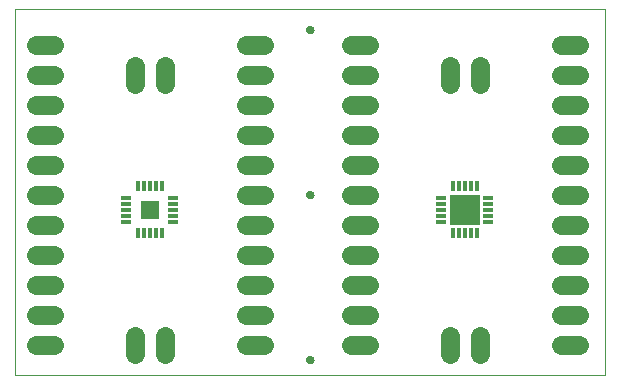
<source format=gts>
G75*
%MOIN*%
%OFA0B0*%
%FSLAX24Y24*%
%IPPOS*%
%LPD*%
%AMOC8*
5,1,8,0,0,1.08239X$1,22.5*
%
%ADD10C,0.0000*%
%ADD11C,0.0276*%
%ADD12R,0.0158X0.0375*%
%ADD13R,0.0375X0.0158*%
%ADD14R,0.0631X0.0631*%
%ADD15R,0.0985X0.0985*%
%ADD16C,0.0640*%
D10*
X000100Y003500D02*
X000100Y015705D01*
X019785Y015705D01*
X019785Y003500D01*
X000100Y003500D01*
X009825Y004000D02*
X009827Y004021D01*
X009833Y004041D01*
X009842Y004061D01*
X009854Y004078D01*
X009869Y004092D01*
X009887Y004104D01*
X009907Y004112D01*
X009927Y004117D01*
X009948Y004118D01*
X009969Y004115D01*
X009989Y004109D01*
X010008Y004098D01*
X010025Y004085D01*
X010038Y004069D01*
X010049Y004051D01*
X010057Y004031D01*
X010061Y004011D01*
X010061Y003989D01*
X010057Y003969D01*
X010049Y003949D01*
X010038Y003931D01*
X010025Y003915D01*
X010008Y003902D01*
X009989Y003891D01*
X009969Y003885D01*
X009948Y003882D01*
X009927Y003883D01*
X009907Y003888D01*
X009887Y003896D01*
X009869Y003908D01*
X009854Y003922D01*
X009842Y003939D01*
X009833Y003959D01*
X009827Y003979D01*
X009825Y004000D01*
X009825Y009500D02*
X009827Y009521D01*
X009833Y009541D01*
X009842Y009561D01*
X009854Y009578D01*
X009869Y009592D01*
X009887Y009604D01*
X009907Y009612D01*
X009927Y009617D01*
X009948Y009618D01*
X009969Y009615D01*
X009989Y009609D01*
X010008Y009598D01*
X010025Y009585D01*
X010038Y009569D01*
X010049Y009551D01*
X010057Y009531D01*
X010061Y009511D01*
X010061Y009489D01*
X010057Y009469D01*
X010049Y009449D01*
X010038Y009431D01*
X010025Y009415D01*
X010008Y009402D01*
X009989Y009391D01*
X009969Y009385D01*
X009948Y009382D01*
X009927Y009383D01*
X009907Y009388D01*
X009887Y009396D01*
X009869Y009408D01*
X009854Y009422D01*
X009842Y009439D01*
X009833Y009459D01*
X009827Y009479D01*
X009825Y009500D01*
X009825Y015000D02*
X009827Y015021D01*
X009833Y015041D01*
X009842Y015061D01*
X009854Y015078D01*
X009869Y015092D01*
X009887Y015104D01*
X009907Y015112D01*
X009927Y015117D01*
X009948Y015118D01*
X009969Y015115D01*
X009989Y015109D01*
X010008Y015098D01*
X010025Y015085D01*
X010038Y015069D01*
X010049Y015051D01*
X010057Y015031D01*
X010061Y015011D01*
X010061Y014989D01*
X010057Y014969D01*
X010049Y014949D01*
X010038Y014931D01*
X010025Y014915D01*
X010008Y014902D01*
X009989Y014891D01*
X009969Y014885D01*
X009948Y014882D01*
X009927Y014883D01*
X009907Y014888D01*
X009887Y014896D01*
X009869Y014908D01*
X009854Y014922D01*
X009842Y014939D01*
X009833Y014959D01*
X009827Y014979D01*
X009825Y015000D01*
D11*
X009943Y015000D03*
X009943Y009500D03*
X009943Y004000D03*
D12*
X014706Y008213D03*
X014903Y008213D03*
X015100Y008213D03*
X015297Y008213D03*
X015494Y008213D03*
X015494Y009787D03*
X015297Y009787D03*
X015100Y009787D03*
X014903Y009787D03*
X014706Y009787D03*
X004994Y009787D03*
X004797Y009787D03*
X004600Y009787D03*
X004403Y009787D03*
X004206Y009787D03*
X004206Y008213D03*
X004403Y008213D03*
X004600Y008213D03*
X004797Y008213D03*
X004994Y008213D03*
D13*
X005387Y008606D03*
X005387Y008803D03*
X005387Y009000D03*
X005387Y009197D03*
X005387Y009394D03*
X003813Y009394D03*
X003813Y009197D03*
X003813Y009000D03*
X003813Y008803D03*
X003813Y008606D03*
X014313Y008606D03*
X014313Y008803D03*
X014313Y009000D03*
X014313Y009197D03*
X014313Y009394D03*
X015887Y009394D03*
X015887Y009197D03*
X015887Y009000D03*
X015887Y008803D03*
X015887Y008606D03*
D14*
X004600Y009000D03*
D15*
X015100Y009000D03*
D16*
X011900Y008500D02*
X011300Y008500D01*
X011300Y009500D02*
X011900Y009500D01*
X011900Y010500D02*
X011300Y010500D01*
X011300Y011500D02*
X011900Y011500D01*
X011900Y012500D02*
X011300Y012500D01*
X011300Y013500D02*
X011900Y013500D01*
X011900Y014500D02*
X011300Y014500D01*
X008400Y014500D02*
X007800Y014500D01*
X007800Y013500D02*
X008400Y013500D01*
X008400Y012500D02*
X007800Y012500D01*
X007800Y011500D02*
X008400Y011500D01*
X008400Y010500D02*
X007800Y010500D01*
X007800Y009500D02*
X008400Y009500D01*
X008400Y008500D02*
X007800Y008500D01*
X007800Y007500D02*
X008400Y007500D01*
X008400Y006500D02*
X007800Y006500D01*
X007800Y005500D02*
X008400Y005500D01*
X008400Y004500D02*
X007800Y004500D01*
X005100Y004800D02*
X005100Y004200D01*
X004100Y004200D02*
X004100Y004800D01*
X001400Y004500D02*
X000800Y004500D01*
X000800Y005500D02*
X001400Y005500D01*
X001400Y006500D02*
X000800Y006500D01*
X000800Y007500D02*
X001400Y007500D01*
X001400Y008500D02*
X000800Y008500D01*
X000800Y009500D02*
X001400Y009500D01*
X001400Y010500D02*
X000800Y010500D01*
X000800Y011500D02*
X001400Y011500D01*
X001400Y012500D02*
X000800Y012500D01*
X000800Y013500D02*
X001400Y013500D01*
X001400Y014500D02*
X000800Y014500D01*
X004100Y013800D02*
X004100Y013200D01*
X005100Y013200D02*
X005100Y013800D01*
X011300Y007500D02*
X011900Y007500D01*
X011900Y006500D02*
X011300Y006500D01*
X011300Y005500D02*
X011900Y005500D01*
X011900Y004500D02*
X011300Y004500D01*
X014600Y004800D02*
X014600Y004200D01*
X015600Y004200D02*
X015600Y004800D01*
X018300Y004500D02*
X018900Y004500D01*
X018900Y005500D02*
X018300Y005500D01*
X018300Y006500D02*
X018900Y006500D01*
X018900Y007500D02*
X018300Y007500D01*
X018300Y008500D02*
X018900Y008500D01*
X018900Y009500D02*
X018300Y009500D01*
X018300Y010500D02*
X018900Y010500D01*
X018900Y011500D02*
X018300Y011500D01*
X018300Y012500D02*
X018900Y012500D01*
X018900Y013500D02*
X018300Y013500D01*
X018300Y014500D02*
X018900Y014500D01*
X015600Y013800D02*
X015600Y013200D01*
X014600Y013200D02*
X014600Y013800D01*
M02*

</source>
